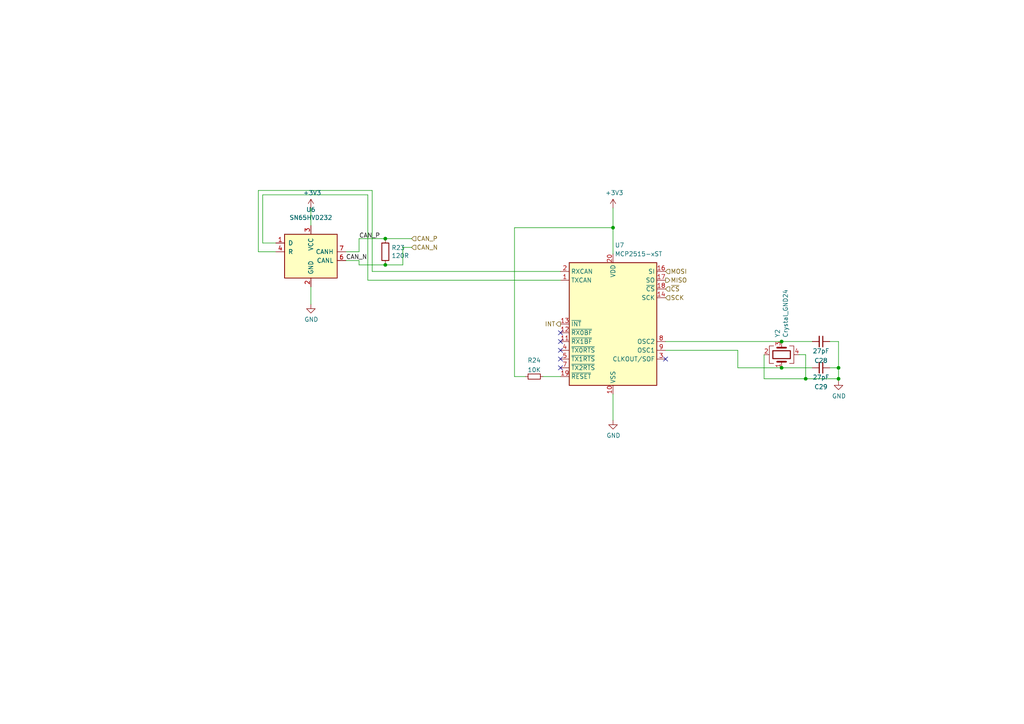
<source format=kicad_sch>
(kicad_sch (version 20211123) (generator eeschema)
  (paper "A4")
  (lib_symbols
    (symbol "Device:C_Small" (pin_numbers hide) (pin_names (offset 0.254) hide)
      (property "Reference" "C" (at 0.254 1.778 0))
      (property "Value" "C_Small" (at 0.254 -2.032 0))
      (symbol "C_Small_0_1"
        (polyline (pts (xy -1.524 -0.508) (xy 1.524 -0.508)) (stroke (width 0.3302)))
        (polyline (pts (xy -1.524 0.508) (xy 1.524 0.508)) (stroke (width 0.3048)))
      )
      (symbol "C_Small_1_1"
        (pin passive line (at 0 2.54 270) (length 2.032) (name "~") (number "1"))
        (pin passive line (at 0 -2.54 90) (length 2.032) (name "~") (number "2"))
      )
    )
    (symbol "Device:Crystal_GND24" (pin_names (offset 1.016) hide)
      (property "Reference" "Y" (at 3.175 5.08 0))
      (property "Value" "Crystal_GND24" (at 3.175 3.175 0))
      (symbol "Crystal_GND24_0_1"
        (rectangle (start -1.143 2.54) (end 1.143 -2.54) (stroke (width 0.3048)))
        (polyline (pts (xy -2.54 0) (xy -2.032 0)))
        (polyline (pts (xy -2.032 -1.27) (xy -2.032 1.27)) (stroke (width 0.508)))
        (polyline (pts (xy 0 -3.81) (xy 0 -3.556)))
        (polyline (pts (xy 0 3.556) (xy 0 3.81)))
        (polyline (pts (xy 2.032 -1.27) (xy 2.032 1.27)) (stroke (width 0.508)))
        (polyline (pts (xy 2.032 0) (xy 2.54 0)))
        (polyline (pts (xy -2.54 -2.286) (xy -2.54 -3.556) (xy 2.54 -3.556) (xy 2.54 -2.286)))
        (polyline (pts (xy -2.54 2.286) (xy -2.54 3.556) (xy 2.54 3.556) (xy 2.54 2.286)))
      )
      (symbol "Crystal_GND24_1_1"
        (pin passive line (at -3.81 0 0) (length 1.27) (name "1") (number "1"))
        (pin passive line (at 0 5.08 270) (length 1.27) (name "2") (number "2"))
        (pin passive line (at 3.81 0 180) (length 1.27) (name "3") (number "3"))
        (pin passive line (at 0 -5.08 90) (length 1.27) (name "4") (number "4"))
      )
    )
    (symbol "Device:R" (pin_numbers hide) (pin_names (offset 0))
      (property "Reference" "R" (at 2.032 0 90))
      (property "Value" "R" (at 0 0 90))
      (symbol "R_0_1"
        (rectangle (start -1.016 -2.54) (end 1.016 2.54) (stroke (width 0.254)))
      )
      (symbol "R_1_1"
        (pin passive line (at 0 3.81 270) (length 1.27) (name "~") (number "1"))
        (pin passive line (at 0 -3.81 90) (length 1.27) (name "~") (number "2"))
      )
    )
    (symbol "Device:R_Small" (pin_numbers hide) (pin_names (offset 0.254) hide)
      (property "Reference" "R" (at 0.762 0.508 0))
      (property "Value" "R_Small" (at 0.762 -1.016 0))
      (symbol "R_Small_0_1"
        (rectangle (start -0.762 1.778) (end 0.762 -1.778) (stroke (width 0.2032)))
      )
      (symbol "R_Small_1_1"
        (pin passive line (at 0 2.54 270) (length 0.762) (name "~") (number "1"))
        (pin passive line (at 0 -2.54 90) (length 0.762) (name "~") (number "2"))
      )
    )
    (symbol "Interface_CAN_LIN:MCP2515-xST"
      (property "Reference" "U" (at -10.16 19.685 0))
      (property "Value" "MCP2515-xST" (at 19.05 20.32 0))
      (symbol "MCP2515-xST_0_1"
        (rectangle (start -12.7 17.78) (end 12.7 -17.78) (stroke (width 0.254)) (fill (type background)))
      )
      (symbol "MCP2515-xST_1_1"
        (pin output line (at 15.24 12.7 180) (length 2.54) (name "TXCAN") (number "1"))
        (pin power_in line (at 0 -20.32 90) (length 2.54) (name "VSS") (number "10"))
        (pin output line (at 15.24 -5.08 180) (length 2.54) (name "~{RX1BF}") (number "11"))
        (pin output line (at 15.24 -2.54 180) (length 2.54) (name "~{RX0BF}") (number "12"))
        (pin output line (at 15.24 0 180) (length 2.54) (name "~{INT}") (number "13"))
        (pin input line (at -15.24 7.62 0) (length 2.54) (name "SCK") (number "14"))
        (pin no_connect line (at -12.7 -2.54 0) (length 2.54) hide (name "NC") (number "15"))
        (pin input line (at -15.24 15.24 0) (length 2.54) (name "SI") (number "16"))
        (pin output line (at -15.24 12.7 0) (length 2.54) (name "SO") (number "17"))
        (pin input line (at -15.24 10.16 0) (length 2.54) (name "~{CS}") (number "18"))
        (pin input line (at 15.24 -15.24 180) (length 2.54) (name "~{RESET}") (number "19"))
        (pin input line (at 15.24 15.24 180) (length 2.54) (name "RXCAN") (number "2"))
        (pin power_in line (at 0 20.32 270) (length 2.54) (name "VDD") (number "20"))
        (pin output line (at -15.24 -10.16 0) (length 2.54) (name "CLKOUT/SOF") (number "3"))
        (pin input line (at 15.24 -7.62 180) (length 2.54) (name "~{TX0RTS}") (number "4"))
        (pin input line (at 15.24 -10.16 180) (length 2.54) (name "~{TX1RTS}") (number "5"))
        (pin no_connect line (at -12.7 0 0) (length 2.54) hide (name "NC") (number "6"))
        (pin input line (at 15.24 -12.7 180) (length 2.54) (name "~{TX2RTS}") (number "7"))
        (pin output line (at -15.24 -5.08 0) (length 2.54) (name "OSC2") (number "8"))
        (pin input line (at -15.24 -7.62 0) (length 2.54) (name "OSC1") (number "9"))
      )
    )
    (symbol "Interface_CAN_LIN:SN65HVD232" (pin_names (offset 1.016))
      (property "Reference" "U" (at -2.54 10.16 0))
      (property "Value" "SN65HVD232" (at -2.54 7.62 0))
      (symbol "SN65HVD232_0_1"
        (rectangle (start -7.62 5.08) (end 7.62 -7.62) (stroke (width 0.254)) (fill (type background)))
      )
      (symbol "SN65HVD232_1_1"
        (pin input line (at -10.16 2.54 0) (length 2.54) (name "D") (number "1"))
        (pin power_in line (at 0 -10.16 90) (length 2.54) (name "GND") (number "2"))
        (pin power_in line (at 0 7.62 270) (length 2.54) (name "VCC") (number "3"))
        (pin output line (at -10.16 0 0) (length 2.54) (name "R") (number "4"))
        (pin no_connect line (at -10.16 -2.54 0) (length 2.54) hide (name "NC") (number "5"))
        (pin bidirectional line (at 10.16 -2.54 180) (length 2.54) (name "CANL") (number "6"))
        (pin bidirectional line (at 10.16 0 180) (length 2.54) (name "CANH") (number "7"))
        (pin no_connect line (at -10.16 -5.08 0) (length 2.54) hide (name "NC") (number "8"))
      )
    )
    (symbol "power:+3.3V" (power) (pin_names (offset 0))
      (property "Value" "+3.3V" (at 0 3.556 0))
      (symbol "+3.3V_0_1"
        (polyline (pts (xy -0.762 1.27) (xy 0 2.54)))
        (polyline (pts (xy 0 0) (xy 0 2.54)))
        (polyline (pts (xy 0 2.54) (xy 0.762 1.27)))
      )
      (symbol "+3.3V_1_1"
        (pin power_in line (at 0 0 90) (length 0) hide (name "+3V3") (number "1"))
      )
    )
    (symbol "power:GND" (power) (pin_names (offset 0))
      (property "Value" "GND" (at 0 -3.81 0))
      (symbol "GND_0_1"
        (polyline (pts (xy 0 0) (xy 0 -1.27) (xy 1.27 -1.27) (xy 0 -2.54) (xy -1.27 -1.27) (xy 0 -1.27)))
      )
      (symbol "GND_1_1"
        (pin power_in line (at 0 0 270) (length 0) hide (name "GND") (number "1"))
      )
    )
  )
  (junction (at 111.76 76.835))
  (junction (at 111.76 69.215))
  (junction (at 233.68 109.855))
  (junction (at 226.695 99.06))
  (junction (at 177.8 66.04))
  (junction (at 243.205 106.68))
  (junction (at 243.205 109.855))
  (junction (at 226.695 106.68))
  (no_connect (at 162.56 96.52))
  (no_connect (at 162.56 99.06))
  (no_connect (at 162.56 101.6))
  (no_connect (at 162.56 104.14))
  (no_connect (at 162.56 106.68))
  (no_connect (at 193.04 104.14))
  (wire (pts (xy 106.68 81.28) (xy 162.56 81.28)))
  (wire (pts (xy 90.17 60.325) (xy 90.17 65.405)))
  (wire (pts (xy 100.33 75.565) (xy 104.14 75.565)))
  (wire (pts (xy 104.14 75.565) (xy 104.14 76.835)))
  (wire (pts (xy 243.205 99.06) (xy 240.665 99.06)))
  (wire (pts (xy 74.93 55.245) (xy 107.95 55.245)))
  (wire (pts (xy 111.76 76.835) (xy 116.84 76.835)))
  (wire (pts (xy 213.995 106.68) (xy 226.695 106.68)))
  (wire (pts (xy 233.68 109.855) (xy 243.205 109.855)))
  (wire (pts (xy 104.14 73.025) (xy 104.14 69.215)))
  (wire (pts (xy 76.2 56.515) (xy 76.2 70.485)))
  (wire (pts (xy 104.14 69.215) (xy 111.76 69.215)))
  (wire (pts (xy 149.225 66.04) (xy 177.8 66.04)))
  (wire (pts (xy 74.93 73.025) (xy 74.93 55.245)))
  (wire (pts (xy 226.695 99.06) (xy 235.585 99.06)))
  (wire (pts (xy 243.205 106.68) (xy 243.205 109.855)))
  (wire (pts (xy 243.205 106.68) (xy 243.205 99.06)))
  (wire (pts (xy 106.68 56.515) (xy 76.2 56.515)))
  (wire (pts (xy 116.84 71.755) (xy 116.84 76.835)))
  (wire (pts (xy 80.01 73.025) (xy 74.93 73.025)))
  (wire (pts (xy 221.615 109.855) (xy 233.68 109.855)))
  (wire (pts (xy 240.665 106.68) (xy 243.205 106.68)))
  (wire (pts (xy 100.33 73.025) (xy 104.14 73.025)))
  (wire (pts (xy 104.14 76.835) (xy 111.76 76.835)))
  (wire (pts (xy 107.95 78.74) (xy 162.56 78.74)))
  (wire (pts (xy 177.8 114.3) (xy 177.8 121.92)))
  (wire (pts (xy 119.38 71.755) (xy 116.84 71.755)))
  (wire (pts (xy 193.04 99.06) (xy 226.695 99.06)))
  (wire (pts (xy 111.76 69.215) (xy 119.38 69.215)))
  (wire (pts (xy 106.68 56.515) (xy 106.68 81.28)))
  (wire (pts (xy 157.48 109.22) (xy 162.56 109.22)))
  (wire (pts (xy 149.225 109.22) (xy 149.225 66.04)))
  (wire (pts (xy 177.8 66.04) (xy 177.8 73.66)))
  (wire (pts (xy 233.68 102.87) (xy 233.68 109.855)))
  (wire (pts (xy 226.695 106.68) (xy 235.585 106.68)))
  (wire (pts (xy 76.2 70.485) (xy 80.01 70.485)))
  (wire (pts (xy 177.8 60.325) (xy 177.8 66.04)))
  (wire (pts (xy 193.04 101.6) (xy 213.995 101.6)))
  (wire (pts (xy 231.775 102.87) (xy 233.68 102.87)))
  (wire (pts (xy 213.995 101.6) (xy 213.995 106.68)))
  (wire (pts (xy 221.615 102.87) (xy 221.615 109.855)))
  (wire (pts (xy 243.205 109.855) (xy 243.205 110.49)))
  (wire (pts (xy 90.17 83.185) (xy 90.17 88.265)))
  (wire (pts (xy 107.95 55.245) (xy 107.95 78.74)))
  (wire (pts (xy 152.4 109.22) (xy 149.225 109.22)))
  (label "CAN_P" (at 104.14 69.342 0))
  (label "CAN_N" (at 100.33 75.565 0))
  (hierarchical_label "INT" (shape output) (at 162.56 93.98 180))
  (hierarchical_label "CAN_N" (shape input) (at 119.38 71.755 0))
  (hierarchical_label "CAN_P" (shape input) (at 119.38 69.215 0))
  (hierarchical_label "MISO" (shape output) (at 193.04 81.28 0))
  (hierarchical_label "MOSI" (shape input) (at 193.04 78.74 0))
  (hierarchical_label "~{CS}" (shape input) (at 193.04 83.82 0))
  (hierarchical_label "SCK" (shape input) (at 193.04 86.36 0))
  (symbol (lib_id "power:GND") (at 243.205 110.49 0) (unit 1)
    (property "Reference" "#PWR042" (effects hide))
    (property "Value" "GND" (at 243.332 114.8842 0))
  )
  (symbol (lib_id "Device:Crystal_GND24") (at 226.695 102.87 90) (unit 1)
    (property "Reference" "Y2" (at 225.5266 97.9424 0) (effects (justify left)))
    (property "Value" "Crystal_GND24" (at 227.838 97.9424 0) (effects (justify left)))
    (property "Footprint" "Crystal:Crystal_SMD_3225-4Pin_3.2x2.5mm" (effects hide))
    (property "Digikey" "50-ECS-80-12-33-JGN-CT-ND" (effects hide))
    (property "Part Number" "ECS-80-12-33-JGN-TR" (effects hide))
    (property "Stock_PN" "Y-4-SMD-8MhHz" (effects hide))
    (property "Config" "+can" (effects hide))
  )
  (symbol (lib_id "Device:R") (at 111.76 73.025 0) (unit 1)
    (property "Reference" "R23" (at 113.538 71.8566 0) (effects (justify left)))
    (property "Value" "120R" (at 113.538 74.168 0) (effects (justify left)))
    (property "Footprint" "Resistor_SMD:R_0805_2012Metric" (effects hide))
    (property "Digikey" "738-RMCF0805FT120RCT-ND" (effects hide))
    (property "Part Number" "RMCF0805FT120R" (effects hide))
    (property "Stock_PN" "R-805-120-.25W-1%" (effects hide))
    (property "Config" "+can" (effects hide))
  )
  (symbol (lib_id "Device:R_Small") (at 154.94 109.22 90) (unit 1)
    (property "Reference" "R24" (at 154.94 104.5169 90))
    (property "Value" "10K" (at 154.94 107.292 90))
    (property "Footprint" "Resistor_SMD:R_0603_1608Metric" (effects hide))
    (property "Digikey" "311-10.0KHRCT-ND" (effects hide))
    (property "Part Number" "RC0603FR-0710KL" (effects hide))
    (property "Stock_PN" "R-603-10K-.1W-1%" (effects hide))
    (property "Config" "+can" (effects hide))
  )
  (symbol (lib_id "power:GND") (at 177.8 121.92 0) (unit 1)
    (property "Reference" "#PWR041" (effects hide))
    (property "Value" "GND" (at 177.927 126.3142 0))
  )
  (symbol (lib_id "Device:C_Small") (at 238.125 99.06 270) (unit 1)
    (property "Reference" "C28" (at 238.1187 104.5886 90))
    (property "Value" "27pF" (at 238.1187 101.8135 90))
    (property "Footprint" "Capacitor_SMD:C_0603_1608Metric" (effects hide))
    (property "Digikey" "311-1063-1-ND" (effects hide))
    (property "Part Number" "CC0603JRNPO9BN270" (effects hide))
    (property "Stock_PN" "C-603-27pF-50V-COG" (effects hide))
    (property "Config" "+can" (effects hide))
  )
  (symbol (lib_id "Interface_CAN_LIN:MCP2515-xST") (at 177.8 93.98 0) (mirror y) (unit 1)
    (property "Reference" "U7" (at 178.3206 71.12 0) (effects (justify right)))
    (property "Value" "MCP2515-xST" (at 178.3206 73.66 0) (effects (justify right)))
    (property "Footprint" "Package_SO:TSSOP-20_4.4x6.5mm_P0.65mm" (effects hide))
    (property "Datasheet" "http://ww1.microchip.com/downloads/en/DeviceDoc/21801e.pdf" (effects hide))
    (property "Digikey" "MCP2515-E/ST-ND" (effects hide))
    (property "Part Number" "MCP2515-E/ST" (effects hide))
    (property "Stock_PN" "U-MCP2515-E/ST" (effects hide))
    (property "Config" "+can" (effects hide))
  )
  (symbol (lib_id "Interface_CAN_LIN:SN65HVD232") (at 90.17 73.025 0) (unit 1)
    (property "Reference" "U6" (at 90.17 60.8076 0))
    (property "Value" "SN65HVD232" (at 90.17 63.119 0))
    (property "Footprint" "Package_SO:SOIC-8_3.9x4.9mm_P1.27mm" (effects hide))
    (property "Datasheet" "http://www.ti.com/lit/ds/symlink/sn65hvd230.pdf" (effects hide))
    (property "Part Number" "SN65HVD232" (effects hide))
    (property "Digikey" "296-12282-5-ND" (effects hide))
    (property "LCSC" "C30530" (effects hide))
    (property "Stock_PN" "U-SN65HVD232" (effects hide))
    (property "Config" "+can" (effects hide))
  )
  (symbol (lib_id "power:+3.3V") (at 177.8 60.325 0) (unit 1)
    (property "Reference" "#PWR040" (effects hide))
    (property "Value" "+3.3V" (at 178.181 55.9308 0))
  )
  (symbol (lib_id "Device:C_Small") (at 238.125 106.68 270) (unit 1)
    (property "Reference" "C29" (at 238.1187 112.2086 90))
    (property "Value" "27pF" (at 238.1187 109.4335 90))
    (property "Footprint" "Capacitor_SMD:C_0603_1608Metric" (effects hide))
    (property "Digikey" "311-1063-1-ND" (effects hide))
    (property "Part Number" "CC0603JRNPO9BN270" (effects hide))
    (property "Stock_PN" "C-603-27pF-50V-COG" (effects hide))
    (property "Config" "+can" (effects hide))
  )
  (symbol (lib_id "power:+3.3V") (at 90.17 60.325 0) (unit 1)
    (property "Reference" "#PWR038" (effects hide))
    (property "Value" "+3.3V" (at 90.551 55.9308 0))
  )
  (symbol (lib_id "power:GND") (at 90.17 88.265 0) (unit 1)
    (property "Reference" "#PWR039" (effects hide))
    (property "Value" "GND" (at 90.297 92.6592 0))
  )
)
</source>
